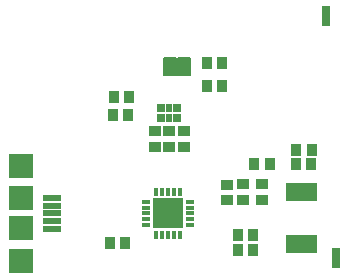
<source format=gts>
G75*
G70*
%OFA0B0*%
%FSLAX24Y24*%
%IPPOS*%
%LPD*%
%AMOC8*
5,1,8,0,0,1.08239X$1,22.5*
%
%ADD10R,0.0460X0.0200*%
%ADD11R,0.0420X0.0200*%
%ADD12C,0.0060*%
%ADD13R,0.0356X0.0434*%
%ADD14R,0.0434X0.0356*%
%ADD15R,0.0257X0.0257*%
%ADD16R,0.0237X0.0257*%
%ADD17R,0.0250X0.0640*%
%ADD18R,0.0295X0.0138*%
%ADD19R,0.0138X0.0295*%
%ADD20R,0.1043X0.1043*%
%ADD21R,0.0631X0.0218*%
%ADD22R,0.0828X0.0789*%
%ADD23R,0.0828X0.0828*%
%ADD24R,0.0277X0.0671*%
D10*
X029061Y012064D03*
D11*
X029041Y011864D03*
X029521Y011864D03*
X029521Y012064D03*
X029521Y011664D03*
X029041Y011664D03*
D12*
X028851Y011584D02*
X029241Y011584D01*
X029241Y011754D01*
X028851Y011754D01*
X028851Y011584D01*
X028851Y011774D02*
X029241Y011774D01*
X029241Y011954D01*
X028851Y011954D01*
X028851Y011774D01*
X029321Y011774D02*
X029321Y011954D01*
X029711Y011954D01*
X029711Y011774D01*
X029321Y011774D01*
X029321Y011754D02*
X029711Y011754D01*
X029711Y011584D01*
X029321Y011584D01*
X029321Y011754D01*
X029321Y011974D02*
X029711Y011974D01*
X029711Y012144D01*
X029321Y012144D01*
X029321Y011974D01*
X029241Y011974D02*
X029241Y012144D01*
X028851Y012144D01*
X028851Y011974D01*
X029241Y011974D01*
D13*
X030261Y011970D03*
X030773Y011970D03*
X030781Y011222D03*
X030269Y011222D03*
X027682Y010868D03*
X027171Y010868D03*
X027147Y010246D03*
X027659Y010246D03*
X031852Y008632D03*
X032364Y008632D03*
X033245Y008616D03*
X033757Y008616D03*
X033761Y009077D03*
X033249Y009077D03*
X031820Y006238D03*
X031308Y006238D03*
X031312Y005750D03*
X031824Y005750D03*
X027560Y005986D03*
X027049Y005986D03*
D14*
X030950Y007423D03*
X031478Y007427D03*
X032100Y007427D03*
X032100Y007939D03*
X031478Y007939D03*
X030950Y007935D03*
X029509Y009195D03*
X029017Y009195D03*
X028541Y009195D03*
X028541Y009707D03*
X029017Y009707D03*
X029509Y009707D03*
D15*
X029279Y010161D03*
X029279Y010496D03*
X028747Y010496D03*
X028747Y010161D03*
D16*
X029013Y010161D03*
X029013Y010496D03*
D17*
X033050Y007673D03*
X033300Y007673D03*
X033560Y007673D03*
X033810Y007673D03*
X033810Y005953D03*
X033560Y005953D03*
X033300Y005953D03*
X033050Y005953D03*
D18*
X029714Y006577D03*
X029714Y006773D03*
X029714Y006970D03*
X029714Y007167D03*
X029714Y007364D03*
X028257Y007364D03*
X028257Y007167D03*
X028257Y006970D03*
X028257Y006773D03*
X028257Y006577D03*
D19*
X028592Y006242D03*
X028789Y006242D03*
X028986Y006242D03*
X029182Y006242D03*
X029379Y006242D03*
X029379Y007699D03*
X029182Y007699D03*
X028986Y007699D03*
X028789Y007699D03*
X028592Y007699D03*
D20*
X028986Y006970D03*
D21*
X025112Y006978D03*
X025112Y006722D03*
X025112Y006466D03*
X025112Y007234D03*
X025112Y007490D03*
D22*
X024068Y005403D03*
X024068Y008553D03*
D23*
X024068Y007478D03*
X024068Y006478D03*
D24*
X034572Y005474D03*
X034257Y013545D03*
M02*

</source>
